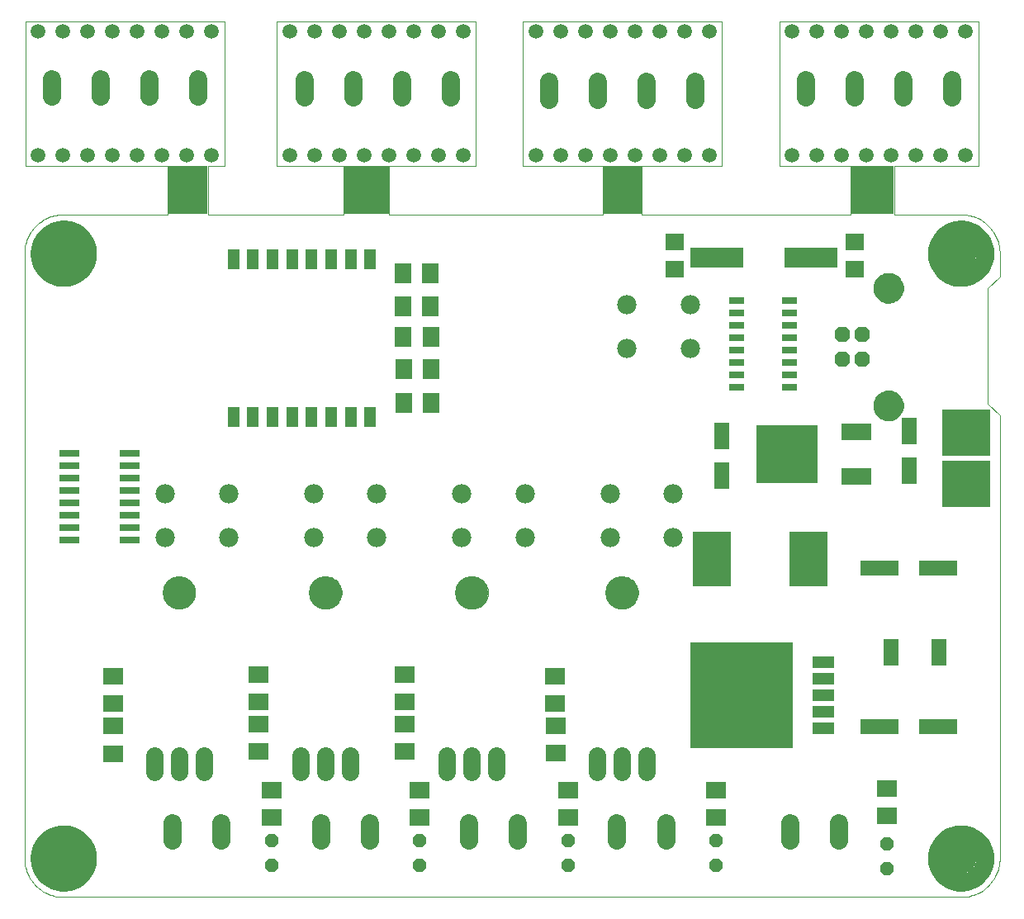
<source format=gts>
G75*
G70*
%OFA0B0*%
%FSLAX24Y24*%
%IPPOS*%
%LPD*%
%AMOC8*
5,1,8,0,0,1.08239X$1,22.5*
%
%ADD10C,0.0240*%
%ADD11C,0.0000*%
%ADD12C,0.0000*%
%ADD13C,0.1300*%
%ADD14C,0.0700*%
%ADD15C,0.0276*%
%ADD16R,0.1614X0.1969*%
%ADD17R,0.1850X0.1969*%
%ADD18R,0.1575X0.1969*%
%ADD19R,0.1772X0.1969*%
%ADD20R,0.1929X0.1850*%
%ADD21R,0.0640X0.0290*%
%ADD22OC8,0.0614*%
%ADD23C,0.0946*%
%ADD24R,0.2140X0.0800*%
%ADD25R,0.0749X0.0670*%
%ADD26R,0.2481X0.2323*%
%ADD27R,0.1221X0.0670*%
%ADD28R,0.0591X0.1064*%
%ADD29R,0.4138X0.4292*%
%ADD30R,0.0890X0.0460*%
%ADD31R,0.1536X0.0591*%
%ADD32R,0.1556X0.2205*%
%ADD33R,0.0611X0.1064*%
%ADD34OC8,0.0560*%
%ADD35R,0.0827X0.0670*%
%ADD36C,0.0745*%
%ADD37R,0.0512X0.0827*%
%ADD38R,0.0670X0.0827*%
%ADD39C,0.0780*%
%ADD40C,0.1340*%
%ADD41R,0.0840X0.0300*%
%ADD42C,0.0594*%
%ADD43R,0.1700X0.1700*%
D10*
X045218Y022751D02*
X045220Y022795D01*
X045226Y022839D01*
X045236Y022882D01*
X045249Y022924D01*
X045266Y022965D01*
X045287Y023004D01*
X045311Y023041D01*
X045338Y023076D01*
X045368Y023108D01*
X045401Y023138D01*
X045437Y023164D01*
X045474Y023188D01*
X045514Y023207D01*
X045555Y023224D01*
X045598Y023236D01*
X045641Y023245D01*
X045685Y023250D01*
X045729Y023251D01*
X045773Y023248D01*
X045817Y023241D01*
X045860Y023230D01*
X045902Y023216D01*
X045942Y023198D01*
X045981Y023176D01*
X046017Y023152D01*
X046051Y023124D01*
X046083Y023093D01*
X046112Y023059D01*
X046138Y023023D01*
X046160Y022985D01*
X046179Y022945D01*
X046194Y022903D01*
X046206Y022861D01*
X046214Y022817D01*
X046218Y022773D01*
X046218Y022729D01*
X046214Y022685D01*
X046206Y022641D01*
X046194Y022599D01*
X046179Y022557D01*
X046160Y022517D01*
X046138Y022479D01*
X046112Y022443D01*
X046083Y022409D01*
X046051Y022378D01*
X046017Y022350D01*
X045981Y022326D01*
X045942Y022304D01*
X045902Y022286D01*
X045860Y022272D01*
X045817Y022261D01*
X045773Y022254D01*
X045729Y022251D01*
X045685Y022252D01*
X045641Y022257D01*
X045598Y022266D01*
X045555Y022278D01*
X045514Y022295D01*
X045474Y022314D01*
X045437Y022338D01*
X045401Y022364D01*
X045368Y022394D01*
X045338Y022426D01*
X045311Y022461D01*
X045287Y022498D01*
X045266Y022537D01*
X045249Y022578D01*
X045236Y022620D01*
X045226Y022663D01*
X045220Y022707D01*
X045218Y022751D01*
X045218Y027501D02*
X045220Y027545D01*
X045226Y027589D01*
X045236Y027632D01*
X045249Y027674D01*
X045266Y027715D01*
X045287Y027754D01*
X045311Y027791D01*
X045338Y027826D01*
X045368Y027858D01*
X045401Y027888D01*
X045437Y027914D01*
X045474Y027938D01*
X045514Y027957D01*
X045555Y027974D01*
X045598Y027986D01*
X045641Y027995D01*
X045685Y028000D01*
X045729Y028001D01*
X045773Y027998D01*
X045817Y027991D01*
X045860Y027980D01*
X045902Y027966D01*
X045942Y027948D01*
X045981Y027926D01*
X046017Y027902D01*
X046051Y027874D01*
X046083Y027843D01*
X046112Y027809D01*
X046138Y027773D01*
X046160Y027735D01*
X046179Y027695D01*
X046194Y027653D01*
X046206Y027611D01*
X046214Y027567D01*
X046218Y027523D01*
X046218Y027479D01*
X046214Y027435D01*
X046206Y027391D01*
X046194Y027349D01*
X046179Y027307D01*
X046160Y027267D01*
X046138Y027229D01*
X046112Y027193D01*
X046083Y027159D01*
X046051Y027128D01*
X046017Y027100D01*
X045981Y027076D01*
X045942Y027054D01*
X045902Y027036D01*
X045860Y027022D01*
X045817Y027011D01*
X045773Y027004D01*
X045729Y027001D01*
X045685Y027002D01*
X045641Y027007D01*
X045598Y027016D01*
X045555Y027028D01*
X045514Y027045D01*
X045474Y027064D01*
X045437Y027088D01*
X045401Y027114D01*
X045368Y027144D01*
X045338Y027176D01*
X045311Y027211D01*
X045287Y027248D01*
X045266Y027287D01*
X045249Y027328D01*
X045236Y027370D01*
X045226Y027413D01*
X045220Y027457D01*
X045218Y027501D01*
D11*
X010848Y028893D02*
X010848Y004483D01*
X010850Y004406D01*
X010856Y004329D01*
X010865Y004252D01*
X010878Y004176D01*
X010895Y004100D01*
X010916Y004026D01*
X010940Y003952D01*
X010968Y003880D01*
X010999Y003810D01*
X011034Y003741D01*
X011072Y003673D01*
X011113Y003608D01*
X011158Y003545D01*
X011206Y003484D01*
X011256Y003425D01*
X011309Y003369D01*
X011365Y003316D01*
X011424Y003266D01*
X011485Y003218D01*
X011548Y003173D01*
X011613Y003132D01*
X011681Y003094D01*
X011750Y003059D01*
X011820Y003028D01*
X011892Y003000D01*
X011966Y002976D01*
X012040Y002955D01*
X012116Y002938D01*
X012192Y002925D01*
X012269Y002916D01*
X012346Y002910D01*
X012423Y002908D01*
X048643Y002908D01*
X048720Y002910D01*
X048797Y002916D01*
X048874Y002925D01*
X048950Y002938D01*
X049026Y002955D01*
X049100Y002976D01*
X049174Y003000D01*
X049246Y003028D01*
X049316Y003059D01*
X049385Y003094D01*
X049453Y003132D01*
X049518Y003173D01*
X049581Y003218D01*
X049642Y003266D01*
X049701Y003316D01*
X049757Y003369D01*
X049810Y003425D01*
X049860Y003484D01*
X049908Y003545D01*
X049953Y003608D01*
X049994Y003673D01*
X050032Y003741D01*
X050067Y003810D01*
X050098Y003880D01*
X050126Y003952D01*
X050150Y004026D01*
X050171Y004100D01*
X050188Y004176D01*
X050201Y004252D01*
X050210Y004329D01*
X050216Y004406D01*
X050218Y004483D01*
X050218Y022357D01*
X049746Y022830D01*
X049746Y027475D01*
X050218Y027948D01*
X050218Y028893D01*
X050216Y028970D01*
X050210Y029047D01*
X050201Y029124D01*
X050188Y029200D01*
X050171Y029276D01*
X050150Y029350D01*
X050126Y029424D01*
X050098Y029496D01*
X050067Y029566D01*
X050032Y029635D01*
X049994Y029703D01*
X049953Y029768D01*
X049908Y029831D01*
X049860Y029892D01*
X049810Y029951D01*
X049757Y030007D01*
X049701Y030060D01*
X049642Y030110D01*
X049581Y030158D01*
X049518Y030203D01*
X049453Y030244D01*
X049385Y030282D01*
X049316Y030317D01*
X049246Y030348D01*
X049174Y030376D01*
X049100Y030400D01*
X049026Y030421D01*
X048950Y030438D01*
X048874Y030451D01*
X048797Y030460D01*
X048720Y030466D01*
X048643Y030468D01*
X048643Y030467D02*
X045966Y030467D01*
X045966Y032436D01*
X049352Y032436D01*
X049352Y038263D01*
X041320Y038263D01*
X041320Y032436D01*
X044194Y032436D01*
X044194Y030467D01*
X035769Y030467D01*
X035769Y032436D01*
X038998Y032436D01*
X038998Y038263D01*
X030966Y038263D01*
X030966Y032436D01*
X034194Y032436D01*
X034194Y030467D01*
X025572Y030467D01*
X025572Y032436D01*
X029076Y032436D01*
X029076Y038263D01*
X021045Y038263D01*
X021045Y032436D01*
X023722Y032436D01*
X023722Y030467D01*
X018250Y030467D01*
X018250Y032436D01*
X018919Y032436D01*
X018919Y038263D01*
X010887Y038263D01*
X010887Y032436D01*
X016635Y032436D01*
X016635Y030467D01*
X012423Y030467D01*
X012423Y030468D02*
X012346Y030466D01*
X012269Y030460D01*
X012192Y030451D01*
X012116Y030438D01*
X012040Y030421D01*
X011966Y030400D01*
X011892Y030376D01*
X011820Y030348D01*
X011750Y030317D01*
X011681Y030282D01*
X011613Y030244D01*
X011548Y030203D01*
X011485Y030158D01*
X011424Y030110D01*
X011365Y030060D01*
X011309Y030007D01*
X011256Y029951D01*
X011206Y029892D01*
X011158Y029831D01*
X011113Y029768D01*
X011072Y029703D01*
X011034Y029635D01*
X010999Y029566D01*
X010968Y029496D01*
X010940Y029424D01*
X010916Y029350D01*
X010895Y029276D01*
X010878Y029200D01*
X010865Y029124D01*
X010856Y029047D01*
X010850Y028970D01*
X010848Y028893D01*
D12*
X011793Y028893D02*
X011795Y028943D01*
X011801Y028993D01*
X011811Y029042D01*
X011825Y029090D01*
X011842Y029137D01*
X011863Y029182D01*
X011888Y029226D01*
X011916Y029267D01*
X011948Y029306D01*
X011982Y029343D01*
X012019Y029377D01*
X012059Y029407D01*
X012101Y029434D01*
X012145Y029458D01*
X012191Y029479D01*
X012238Y029495D01*
X012286Y029508D01*
X012336Y029517D01*
X012385Y029522D01*
X012436Y029523D01*
X012486Y029520D01*
X012535Y029513D01*
X012584Y029502D01*
X012632Y029487D01*
X012678Y029469D01*
X012723Y029447D01*
X012766Y029421D01*
X012807Y029392D01*
X012846Y029360D01*
X012882Y029325D01*
X012914Y029287D01*
X012944Y029247D01*
X012971Y029204D01*
X012994Y029160D01*
X013013Y029114D01*
X013029Y029066D01*
X013041Y029017D01*
X013049Y028968D01*
X013053Y028918D01*
X013053Y028868D01*
X013049Y028818D01*
X013041Y028769D01*
X013029Y028720D01*
X013013Y028672D01*
X012994Y028626D01*
X012971Y028582D01*
X012944Y028539D01*
X012914Y028499D01*
X012882Y028461D01*
X012846Y028426D01*
X012807Y028394D01*
X012766Y028365D01*
X012723Y028339D01*
X012678Y028317D01*
X012632Y028299D01*
X012584Y028284D01*
X012535Y028273D01*
X012486Y028266D01*
X012436Y028263D01*
X012385Y028264D01*
X012336Y028269D01*
X012286Y028278D01*
X012238Y028291D01*
X012191Y028307D01*
X012145Y028328D01*
X012101Y028352D01*
X012059Y028379D01*
X012019Y028409D01*
X011982Y028443D01*
X011948Y028480D01*
X011916Y028519D01*
X011888Y028560D01*
X011863Y028604D01*
X011842Y028649D01*
X011825Y028696D01*
X011811Y028744D01*
X011801Y028793D01*
X011795Y028843D01*
X011793Y028893D01*
X016754Y030704D02*
X016756Y030725D01*
X016762Y030745D01*
X016771Y030765D01*
X016783Y030782D01*
X016798Y030796D01*
X016816Y030808D01*
X016836Y030816D01*
X016856Y030821D01*
X016877Y030822D01*
X016898Y030819D01*
X016918Y030813D01*
X016937Y030802D01*
X016954Y030789D01*
X016967Y030773D01*
X016978Y030755D01*
X016986Y030735D01*
X016990Y030715D01*
X016990Y030693D01*
X016986Y030673D01*
X016978Y030653D01*
X016967Y030635D01*
X016954Y030619D01*
X016937Y030606D01*
X016918Y030595D01*
X016898Y030589D01*
X016877Y030586D01*
X016856Y030587D01*
X016836Y030592D01*
X016816Y030600D01*
X016798Y030612D01*
X016783Y030626D01*
X016771Y030643D01*
X016762Y030663D01*
X016756Y030683D01*
X016754Y030704D01*
X017147Y030704D02*
X017149Y030725D01*
X017155Y030745D01*
X017164Y030765D01*
X017176Y030782D01*
X017191Y030796D01*
X017209Y030808D01*
X017229Y030816D01*
X017249Y030821D01*
X017270Y030822D01*
X017291Y030819D01*
X017311Y030813D01*
X017330Y030802D01*
X017347Y030789D01*
X017360Y030773D01*
X017371Y030755D01*
X017379Y030735D01*
X017383Y030715D01*
X017383Y030693D01*
X017379Y030673D01*
X017371Y030653D01*
X017360Y030635D01*
X017347Y030619D01*
X017330Y030606D01*
X017311Y030595D01*
X017291Y030589D01*
X017270Y030586D01*
X017249Y030587D01*
X017229Y030592D01*
X017209Y030600D01*
X017191Y030612D01*
X017176Y030626D01*
X017164Y030643D01*
X017155Y030663D01*
X017149Y030683D01*
X017147Y030704D01*
X017541Y030704D02*
X017543Y030725D01*
X017549Y030745D01*
X017558Y030765D01*
X017570Y030782D01*
X017585Y030796D01*
X017603Y030808D01*
X017623Y030816D01*
X017643Y030821D01*
X017664Y030822D01*
X017685Y030819D01*
X017705Y030813D01*
X017724Y030802D01*
X017741Y030789D01*
X017754Y030773D01*
X017765Y030755D01*
X017773Y030735D01*
X017777Y030715D01*
X017777Y030693D01*
X017773Y030673D01*
X017765Y030653D01*
X017754Y030635D01*
X017741Y030619D01*
X017724Y030606D01*
X017705Y030595D01*
X017685Y030589D01*
X017664Y030586D01*
X017643Y030587D01*
X017623Y030592D01*
X017603Y030600D01*
X017585Y030612D01*
X017570Y030626D01*
X017558Y030643D01*
X017549Y030663D01*
X017543Y030683D01*
X017541Y030704D01*
X017935Y030704D02*
X017937Y030725D01*
X017943Y030745D01*
X017952Y030765D01*
X017964Y030782D01*
X017979Y030796D01*
X017997Y030808D01*
X018017Y030816D01*
X018037Y030821D01*
X018058Y030822D01*
X018079Y030819D01*
X018099Y030813D01*
X018118Y030802D01*
X018135Y030789D01*
X018148Y030773D01*
X018159Y030755D01*
X018167Y030735D01*
X018171Y030715D01*
X018171Y030693D01*
X018167Y030673D01*
X018159Y030653D01*
X018148Y030635D01*
X018135Y030619D01*
X018118Y030606D01*
X018099Y030595D01*
X018079Y030589D01*
X018058Y030586D01*
X018037Y030587D01*
X018017Y030592D01*
X017997Y030600D01*
X017979Y030612D01*
X017964Y030626D01*
X017952Y030643D01*
X017943Y030663D01*
X017937Y030683D01*
X017935Y030704D01*
X017935Y032239D02*
X017937Y032260D01*
X017943Y032280D01*
X017952Y032300D01*
X017964Y032317D01*
X017979Y032331D01*
X017997Y032343D01*
X018017Y032351D01*
X018037Y032356D01*
X018058Y032357D01*
X018079Y032354D01*
X018099Y032348D01*
X018118Y032337D01*
X018135Y032324D01*
X018148Y032308D01*
X018159Y032290D01*
X018167Y032270D01*
X018171Y032250D01*
X018171Y032228D01*
X018167Y032208D01*
X018159Y032188D01*
X018148Y032170D01*
X018135Y032154D01*
X018118Y032141D01*
X018099Y032130D01*
X018079Y032124D01*
X018058Y032121D01*
X018037Y032122D01*
X018017Y032127D01*
X017997Y032135D01*
X017979Y032147D01*
X017964Y032161D01*
X017952Y032178D01*
X017943Y032198D01*
X017937Y032218D01*
X017935Y032239D01*
X017541Y032239D02*
X017543Y032260D01*
X017549Y032280D01*
X017558Y032300D01*
X017570Y032317D01*
X017585Y032331D01*
X017603Y032343D01*
X017623Y032351D01*
X017643Y032356D01*
X017664Y032357D01*
X017685Y032354D01*
X017705Y032348D01*
X017724Y032337D01*
X017741Y032324D01*
X017754Y032308D01*
X017765Y032290D01*
X017773Y032270D01*
X017777Y032250D01*
X017777Y032228D01*
X017773Y032208D01*
X017765Y032188D01*
X017754Y032170D01*
X017741Y032154D01*
X017724Y032141D01*
X017705Y032130D01*
X017685Y032124D01*
X017664Y032121D01*
X017643Y032122D01*
X017623Y032127D01*
X017603Y032135D01*
X017585Y032147D01*
X017570Y032161D01*
X017558Y032178D01*
X017549Y032198D01*
X017543Y032218D01*
X017541Y032239D01*
X017147Y032239D02*
X017149Y032260D01*
X017155Y032280D01*
X017164Y032300D01*
X017176Y032317D01*
X017191Y032331D01*
X017209Y032343D01*
X017229Y032351D01*
X017249Y032356D01*
X017270Y032357D01*
X017291Y032354D01*
X017311Y032348D01*
X017330Y032337D01*
X017347Y032324D01*
X017360Y032308D01*
X017371Y032290D01*
X017379Y032270D01*
X017383Y032250D01*
X017383Y032228D01*
X017379Y032208D01*
X017371Y032188D01*
X017360Y032170D01*
X017347Y032154D01*
X017330Y032141D01*
X017311Y032130D01*
X017291Y032124D01*
X017270Y032121D01*
X017249Y032122D01*
X017229Y032127D01*
X017209Y032135D01*
X017191Y032147D01*
X017176Y032161D01*
X017164Y032178D01*
X017155Y032198D01*
X017149Y032218D01*
X017147Y032239D01*
X016754Y032239D02*
X016756Y032260D01*
X016762Y032280D01*
X016771Y032300D01*
X016783Y032317D01*
X016798Y032331D01*
X016816Y032343D01*
X016836Y032351D01*
X016856Y032356D01*
X016877Y032357D01*
X016898Y032354D01*
X016918Y032348D01*
X016937Y032337D01*
X016954Y032324D01*
X016967Y032308D01*
X016978Y032290D01*
X016986Y032270D01*
X016990Y032250D01*
X016990Y032228D01*
X016986Y032208D01*
X016978Y032188D01*
X016967Y032170D01*
X016954Y032154D01*
X016937Y032141D01*
X016918Y032130D01*
X016898Y032124D01*
X016877Y032121D01*
X016856Y032122D01*
X016836Y032127D01*
X016816Y032135D01*
X016798Y032147D01*
X016783Y032161D01*
X016771Y032178D01*
X016762Y032198D01*
X016756Y032218D01*
X016754Y032239D01*
X023919Y032239D02*
X023921Y032260D01*
X023927Y032280D01*
X023936Y032300D01*
X023948Y032317D01*
X023963Y032331D01*
X023981Y032343D01*
X024001Y032351D01*
X024021Y032356D01*
X024042Y032357D01*
X024063Y032354D01*
X024083Y032348D01*
X024102Y032337D01*
X024119Y032324D01*
X024132Y032308D01*
X024143Y032290D01*
X024151Y032270D01*
X024155Y032250D01*
X024155Y032228D01*
X024151Y032208D01*
X024143Y032188D01*
X024132Y032170D01*
X024119Y032154D01*
X024102Y032141D01*
X024083Y032130D01*
X024063Y032124D01*
X024042Y032121D01*
X024021Y032122D01*
X024001Y032127D01*
X023981Y032135D01*
X023963Y032147D01*
X023948Y032161D01*
X023936Y032178D01*
X023927Y032198D01*
X023921Y032218D01*
X023919Y032239D01*
X024313Y032239D02*
X024315Y032260D01*
X024321Y032280D01*
X024330Y032300D01*
X024342Y032317D01*
X024357Y032331D01*
X024375Y032343D01*
X024395Y032351D01*
X024415Y032356D01*
X024436Y032357D01*
X024457Y032354D01*
X024477Y032348D01*
X024496Y032337D01*
X024513Y032324D01*
X024526Y032308D01*
X024537Y032290D01*
X024545Y032270D01*
X024549Y032250D01*
X024549Y032228D01*
X024545Y032208D01*
X024537Y032188D01*
X024526Y032170D01*
X024513Y032154D01*
X024496Y032141D01*
X024477Y032130D01*
X024457Y032124D01*
X024436Y032121D01*
X024415Y032122D01*
X024395Y032127D01*
X024375Y032135D01*
X024357Y032147D01*
X024342Y032161D01*
X024330Y032178D01*
X024321Y032198D01*
X024315Y032218D01*
X024313Y032239D01*
X024706Y032239D02*
X024708Y032260D01*
X024714Y032280D01*
X024723Y032300D01*
X024735Y032317D01*
X024750Y032331D01*
X024768Y032343D01*
X024788Y032351D01*
X024808Y032356D01*
X024829Y032357D01*
X024850Y032354D01*
X024870Y032348D01*
X024889Y032337D01*
X024906Y032324D01*
X024919Y032308D01*
X024930Y032290D01*
X024938Y032270D01*
X024942Y032250D01*
X024942Y032228D01*
X024938Y032208D01*
X024930Y032188D01*
X024919Y032170D01*
X024906Y032154D01*
X024889Y032141D01*
X024870Y032130D01*
X024850Y032124D01*
X024829Y032121D01*
X024808Y032122D01*
X024788Y032127D01*
X024768Y032135D01*
X024750Y032147D01*
X024735Y032161D01*
X024723Y032178D01*
X024714Y032198D01*
X024708Y032218D01*
X024706Y032239D01*
X025100Y032239D02*
X025102Y032260D01*
X025108Y032280D01*
X025117Y032300D01*
X025129Y032317D01*
X025144Y032331D01*
X025162Y032343D01*
X025182Y032351D01*
X025202Y032356D01*
X025223Y032357D01*
X025244Y032354D01*
X025264Y032348D01*
X025283Y032337D01*
X025300Y032324D01*
X025313Y032308D01*
X025324Y032290D01*
X025332Y032270D01*
X025336Y032250D01*
X025336Y032228D01*
X025332Y032208D01*
X025324Y032188D01*
X025313Y032170D01*
X025300Y032154D01*
X025283Y032141D01*
X025264Y032130D01*
X025244Y032124D01*
X025223Y032121D01*
X025202Y032122D01*
X025182Y032127D01*
X025162Y032135D01*
X025144Y032147D01*
X025129Y032161D01*
X025117Y032178D01*
X025108Y032198D01*
X025102Y032218D01*
X025100Y032239D01*
X025100Y030704D02*
X025102Y030725D01*
X025108Y030745D01*
X025117Y030765D01*
X025129Y030782D01*
X025144Y030796D01*
X025162Y030808D01*
X025182Y030816D01*
X025202Y030821D01*
X025223Y030822D01*
X025244Y030819D01*
X025264Y030813D01*
X025283Y030802D01*
X025300Y030789D01*
X025313Y030773D01*
X025324Y030755D01*
X025332Y030735D01*
X025336Y030715D01*
X025336Y030693D01*
X025332Y030673D01*
X025324Y030653D01*
X025313Y030635D01*
X025300Y030619D01*
X025283Y030606D01*
X025264Y030595D01*
X025244Y030589D01*
X025223Y030586D01*
X025202Y030587D01*
X025182Y030592D01*
X025162Y030600D01*
X025144Y030612D01*
X025129Y030626D01*
X025117Y030643D01*
X025108Y030663D01*
X025102Y030683D01*
X025100Y030704D01*
X024706Y030704D02*
X024708Y030725D01*
X024714Y030745D01*
X024723Y030765D01*
X024735Y030782D01*
X024750Y030796D01*
X024768Y030808D01*
X024788Y030816D01*
X024808Y030821D01*
X024829Y030822D01*
X024850Y030819D01*
X024870Y030813D01*
X024889Y030802D01*
X024906Y030789D01*
X024919Y030773D01*
X024930Y030755D01*
X024938Y030735D01*
X024942Y030715D01*
X024942Y030693D01*
X024938Y030673D01*
X024930Y030653D01*
X024919Y030635D01*
X024906Y030619D01*
X024889Y030606D01*
X024870Y030595D01*
X024850Y030589D01*
X024829Y030586D01*
X024808Y030587D01*
X024788Y030592D01*
X024768Y030600D01*
X024750Y030612D01*
X024735Y030626D01*
X024723Y030643D01*
X024714Y030663D01*
X024708Y030683D01*
X024706Y030704D01*
X024313Y030704D02*
X024315Y030725D01*
X024321Y030745D01*
X024330Y030765D01*
X024342Y030782D01*
X024357Y030796D01*
X024375Y030808D01*
X024395Y030816D01*
X024415Y030821D01*
X024436Y030822D01*
X024457Y030819D01*
X024477Y030813D01*
X024496Y030802D01*
X024513Y030789D01*
X024526Y030773D01*
X024537Y030755D01*
X024545Y030735D01*
X024549Y030715D01*
X024549Y030693D01*
X024545Y030673D01*
X024537Y030653D01*
X024526Y030635D01*
X024513Y030619D01*
X024496Y030606D01*
X024477Y030595D01*
X024457Y030589D01*
X024436Y030586D01*
X024415Y030587D01*
X024395Y030592D01*
X024375Y030600D01*
X024357Y030612D01*
X024342Y030626D01*
X024330Y030643D01*
X024321Y030663D01*
X024315Y030683D01*
X024313Y030704D01*
X023919Y030704D02*
X023921Y030725D01*
X023927Y030745D01*
X023936Y030765D01*
X023948Y030782D01*
X023963Y030796D01*
X023981Y030808D01*
X024001Y030816D01*
X024021Y030821D01*
X024042Y030822D01*
X024063Y030819D01*
X024083Y030813D01*
X024102Y030802D01*
X024119Y030789D01*
X024132Y030773D01*
X024143Y030755D01*
X024151Y030735D01*
X024155Y030715D01*
X024155Y030693D01*
X024151Y030673D01*
X024143Y030653D01*
X024132Y030635D01*
X024119Y030619D01*
X024102Y030606D01*
X024083Y030595D01*
X024063Y030589D01*
X024042Y030586D01*
X024021Y030587D01*
X024001Y030592D01*
X023981Y030600D01*
X023963Y030612D01*
X023948Y030626D01*
X023936Y030643D01*
X023927Y030663D01*
X023921Y030683D01*
X023919Y030704D01*
X034273Y030664D02*
X034275Y030685D01*
X034281Y030705D01*
X034290Y030725D01*
X034302Y030742D01*
X034317Y030756D01*
X034335Y030768D01*
X034355Y030776D01*
X034375Y030781D01*
X034396Y030782D01*
X034417Y030779D01*
X034437Y030773D01*
X034456Y030762D01*
X034473Y030749D01*
X034486Y030733D01*
X034497Y030715D01*
X034505Y030695D01*
X034509Y030675D01*
X034509Y030653D01*
X034505Y030633D01*
X034497Y030613D01*
X034486Y030595D01*
X034473Y030579D01*
X034456Y030566D01*
X034437Y030555D01*
X034417Y030549D01*
X034396Y030546D01*
X034375Y030547D01*
X034355Y030552D01*
X034335Y030560D01*
X034317Y030572D01*
X034302Y030586D01*
X034290Y030603D01*
X034281Y030623D01*
X034275Y030643D01*
X034273Y030664D01*
X034667Y030664D02*
X034669Y030685D01*
X034675Y030705D01*
X034684Y030725D01*
X034696Y030742D01*
X034711Y030756D01*
X034729Y030768D01*
X034749Y030776D01*
X034769Y030781D01*
X034790Y030782D01*
X034811Y030779D01*
X034831Y030773D01*
X034850Y030762D01*
X034867Y030749D01*
X034880Y030733D01*
X034891Y030715D01*
X034899Y030695D01*
X034903Y030675D01*
X034903Y030653D01*
X034899Y030633D01*
X034891Y030613D01*
X034880Y030595D01*
X034867Y030579D01*
X034850Y030566D01*
X034831Y030555D01*
X034811Y030549D01*
X034790Y030546D01*
X034769Y030547D01*
X034749Y030552D01*
X034729Y030560D01*
X034711Y030572D01*
X034696Y030586D01*
X034684Y030603D01*
X034675Y030623D01*
X034669Y030643D01*
X034667Y030664D01*
X035061Y030664D02*
X035063Y030685D01*
X035069Y030705D01*
X035078Y030725D01*
X035090Y030742D01*
X035105Y030756D01*
X035123Y030768D01*
X035143Y030776D01*
X035163Y030781D01*
X035184Y030782D01*
X035205Y030779D01*
X035225Y030773D01*
X035244Y030762D01*
X035261Y030749D01*
X035274Y030733D01*
X035285Y030715D01*
X035293Y030695D01*
X035297Y030675D01*
X035297Y030653D01*
X035293Y030633D01*
X035285Y030613D01*
X035274Y030595D01*
X035261Y030579D01*
X035244Y030566D01*
X035225Y030555D01*
X035205Y030549D01*
X035184Y030546D01*
X035163Y030547D01*
X035143Y030552D01*
X035123Y030560D01*
X035105Y030572D01*
X035090Y030586D01*
X035078Y030603D01*
X035069Y030623D01*
X035063Y030643D01*
X035061Y030664D01*
X035454Y030664D02*
X035456Y030685D01*
X035462Y030705D01*
X035471Y030725D01*
X035483Y030742D01*
X035498Y030756D01*
X035516Y030768D01*
X035536Y030776D01*
X035556Y030781D01*
X035577Y030782D01*
X035598Y030779D01*
X035618Y030773D01*
X035637Y030762D01*
X035654Y030749D01*
X035667Y030733D01*
X035678Y030715D01*
X035686Y030695D01*
X035690Y030675D01*
X035690Y030653D01*
X035686Y030633D01*
X035678Y030613D01*
X035667Y030595D01*
X035654Y030579D01*
X035637Y030566D01*
X035618Y030555D01*
X035598Y030549D01*
X035577Y030546D01*
X035556Y030547D01*
X035536Y030552D01*
X035516Y030560D01*
X035498Y030572D01*
X035483Y030586D01*
X035471Y030603D01*
X035462Y030623D01*
X035456Y030643D01*
X035454Y030664D01*
X035454Y032200D02*
X035456Y032221D01*
X035462Y032241D01*
X035471Y032261D01*
X035483Y032278D01*
X035498Y032292D01*
X035516Y032304D01*
X035536Y032312D01*
X035556Y032317D01*
X035577Y032318D01*
X035598Y032315D01*
X035618Y032309D01*
X035637Y032298D01*
X035654Y032285D01*
X035667Y032269D01*
X035678Y032251D01*
X035686Y032231D01*
X035690Y032211D01*
X035690Y032189D01*
X035686Y032169D01*
X035678Y032149D01*
X035667Y032131D01*
X035654Y032115D01*
X035637Y032102D01*
X035618Y032091D01*
X035598Y032085D01*
X035577Y032082D01*
X035556Y032083D01*
X035536Y032088D01*
X035516Y032096D01*
X035498Y032108D01*
X035483Y032122D01*
X035471Y032139D01*
X035462Y032159D01*
X035456Y032179D01*
X035454Y032200D01*
X035061Y032200D02*
X035063Y032221D01*
X035069Y032241D01*
X035078Y032261D01*
X035090Y032278D01*
X035105Y032292D01*
X035123Y032304D01*
X035143Y032312D01*
X035163Y032317D01*
X035184Y032318D01*
X035205Y032315D01*
X035225Y032309D01*
X035244Y032298D01*
X035261Y032285D01*
X035274Y032269D01*
X035285Y032251D01*
X035293Y032231D01*
X035297Y032211D01*
X035297Y032189D01*
X035293Y032169D01*
X035285Y032149D01*
X035274Y032131D01*
X035261Y032115D01*
X035244Y032102D01*
X035225Y032091D01*
X035205Y032085D01*
X035184Y032082D01*
X035163Y032083D01*
X035143Y032088D01*
X035123Y032096D01*
X035105Y032108D01*
X035090Y032122D01*
X035078Y032139D01*
X035069Y032159D01*
X035063Y032179D01*
X035061Y032200D01*
X034667Y032200D02*
X034669Y032221D01*
X034675Y032241D01*
X034684Y032261D01*
X034696Y032278D01*
X034711Y032292D01*
X034729Y032304D01*
X034749Y032312D01*
X034769Y032317D01*
X034790Y032318D01*
X034811Y032315D01*
X034831Y032309D01*
X034850Y032298D01*
X034867Y032285D01*
X034880Y032269D01*
X034891Y032251D01*
X034899Y032231D01*
X034903Y032211D01*
X034903Y032189D01*
X034899Y032169D01*
X034891Y032149D01*
X034880Y032131D01*
X034867Y032115D01*
X034850Y032102D01*
X034831Y032091D01*
X034811Y032085D01*
X034790Y032082D01*
X034769Y032083D01*
X034749Y032088D01*
X034729Y032096D01*
X034711Y032108D01*
X034696Y032122D01*
X034684Y032139D01*
X034675Y032159D01*
X034669Y032179D01*
X034667Y032200D01*
X034273Y032200D02*
X034275Y032221D01*
X034281Y032241D01*
X034290Y032261D01*
X034302Y032278D01*
X034317Y032292D01*
X034335Y032304D01*
X034355Y032312D01*
X034375Y032317D01*
X034396Y032318D01*
X034417Y032315D01*
X034437Y032309D01*
X034456Y032298D01*
X034473Y032285D01*
X034486Y032269D01*
X034497Y032251D01*
X034505Y032231D01*
X034509Y032211D01*
X034509Y032189D01*
X034505Y032169D01*
X034497Y032149D01*
X034486Y032131D01*
X034473Y032115D01*
X034456Y032102D01*
X034437Y032091D01*
X034417Y032085D01*
X034396Y032082D01*
X034375Y032083D01*
X034355Y032088D01*
X034335Y032096D01*
X034317Y032108D01*
X034302Y032122D01*
X034290Y032139D01*
X034281Y032159D01*
X034275Y032179D01*
X034273Y032200D01*
X044391Y032239D02*
X044393Y032260D01*
X044399Y032280D01*
X044408Y032300D01*
X044420Y032317D01*
X044435Y032331D01*
X044453Y032343D01*
X044473Y032351D01*
X044493Y032356D01*
X044514Y032357D01*
X044535Y032354D01*
X044555Y032348D01*
X044574Y032337D01*
X044591Y032324D01*
X044604Y032308D01*
X044615Y032290D01*
X044623Y032270D01*
X044627Y032250D01*
X044627Y032228D01*
X044623Y032208D01*
X044615Y032188D01*
X044604Y032170D01*
X044591Y032154D01*
X044574Y032141D01*
X044555Y032130D01*
X044535Y032124D01*
X044514Y032121D01*
X044493Y032122D01*
X044473Y032127D01*
X044453Y032135D01*
X044435Y032147D01*
X044420Y032161D01*
X044408Y032178D01*
X044399Y032198D01*
X044393Y032218D01*
X044391Y032239D01*
X044785Y032239D02*
X044787Y032260D01*
X044793Y032280D01*
X044802Y032300D01*
X044814Y032317D01*
X044829Y032331D01*
X044847Y032343D01*
X044867Y032351D01*
X044887Y032356D01*
X044908Y032357D01*
X044929Y032354D01*
X044949Y032348D01*
X044968Y032337D01*
X044985Y032324D01*
X044998Y032308D01*
X045009Y032290D01*
X045017Y032270D01*
X045021Y032250D01*
X045021Y032228D01*
X045017Y032208D01*
X045009Y032188D01*
X044998Y032170D01*
X044985Y032154D01*
X044968Y032141D01*
X044949Y032130D01*
X044929Y032124D01*
X044908Y032121D01*
X044887Y032122D01*
X044867Y032127D01*
X044847Y032135D01*
X044829Y032147D01*
X044814Y032161D01*
X044802Y032178D01*
X044793Y032198D01*
X044787Y032218D01*
X044785Y032239D01*
X045179Y032239D02*
X045181Y032260D01*
X045187Y032280D01*
X045196Y032300D01*
X045208Y032317D01*
X045223Y032331D01*
X045241Y032343D01*
X045261Y032351D01*
X045281Y032356D01*
X045302Y032357D01*
X045323Y032354D01*
X045343Y032348D01*
X045362Y032337D01*
X045379Y032324D01*
X045392Y032308D01*
X045403Y032290D01*
X045411Y032270D01*
X045415Y032250D01*
X045415Y032228D01*
X045411Y032208D01*
X045403Y032188D01*
X045392Y032170D01*
X045379Y032154D01*
X045362Y032141D01*
X045343Y032130D01*
X045323Y032124D01*
X045302Y032121D01*
X045281Y032122D01*
X045261Y032127D01*
X045241Y032135D01*
X045223Y032147D01*
X045208Y032161D01*
X045196Y032178D01*
X045187Y032198D01*
X045181Y032218D01*
X045179Y032239D01*
X045573Y032239D02*
X045575Y032260D01*
X045581Y032280D01*
X045590Y032300D01*
X045602Y032317D01*
X045617Y032331D01*
X045635Y032343D01*
X045655Y032351D01*
X045675Y032356D01*
X045696Y032357D01*
X045717Y032354D01*
X045737Y032348D01*
X045756Y032337D01*
X045773Y032324D01*
X045786Y032308D01*
X045797Y032290D01*
X045805Y032270D01*
X045809Y032250D01*
X045809Y032228D01*
X045805Y032208D01*
X045797Y032188D01*
X045786Y032170D01*
X045773Y032154D01*
X045756Y032141D01*
X045737Y032130D01*
X045717Y032124D01*
X045696Y032121D01*
X045675Y032122D01*
X045655Y032127D01*
X045635Y032135D01*
X045617Y032147D01*
X045602Y032161D01*
X045590Y032178D01*
X045581Y032198D01*
X045575Y032218D01*
X045573Y032239D01*
X045573Y030704D02*
X045575Y030725D01*
X045581Y030745D01*
X045590Y030765D01*
X045602Y030782D01*
X045617Y030796D01*
X045635Y030808D01*
X045655Y030816D01*
X045675Y030821D01*
X045696Y030822D01*
X045717Y030819D01*
X045737Y030813D01*
X045756Y030802D01*
X045773Y030789D01*
X045786Y030773D01*
X045797Y030755D01*
X045805Y030735D01*
X045809Y030715D01*
X045809Y030693D01*
X045805Y030673D01*
X045797Y030653D01*
X045786Y030635D01*
X045773Y030619D01*
X045756Y030606D01*
X045737Y030595D01*
X045717Y030589D01*
X045696Y030586D01*
X045675Y030587D01*
X045655Y030592D01*
X045635Y030600D01*
X045617Y030612D01*
X045602Y030626D01*
X045590Y030643D01*
X045581Y030663D01*
X045575Y030683D01*
X045573Y030704D01*
X045179Y030704D02*
X045181Y030725D01*
X045187Y030745D01*
X045196Y030765D01*
X045208Y030782D01*
X045223Y030796D01*
X045241Y030808D01*
X045261Y030816D01*
X045281Y030821D01*
X045302Y030822D01*
X045323Y030819D01*
X045343Y030813D01*
X045362Y030802D01*
X045379Y030789D01*
X045392Y030773D01*
X045403Y030755D01*
X045411Y030735D01*
X045415Y030715D01*
X045415Y030693D01*
X045411Y030673D01*
X045403Y030653D01*
X045392Y030635D01*
X045379Y030619D01*
X045362Y030606D01*
X045343Y030595D01*
X045323Y030589D01*
X045302Y030586D01*
X045281Y030587D01*
X045261Y030592D01*
X045241Y030600D01*
X045223Y030612D01*
X045208Y030626D01*
X045196Y030643D01*
X045187Y030663D01*
X045181Y030683D01*
X045179Y030704D01*
X044785Y030704D02*
X044787Y030725D01*
X044793Y030745D01*
X044802Y030765D01*
X044814Y030782D01*
X044829Y030796D01*
X044847Y030808D01*
X044867Y030816D01*
X044887Y030821D01*
X044908Y030822D01*
X044929Y030819D01*
X044949Y030813D01*
X044968Y030802D01*
X044985Y030789D01*
X044998Y030773D01*
X045009Y030755D01*
X045017Y030735D01*
X045021Y030715D01*
X045021Y030693D01*
X045017Y030673D01*
X045009Y030653D01*
X044998Y030635D01*
X044985Y030619D01*
X044968Y030606D01*
X044949Y030595D01*
X044929Y030589D01*
X044908Y030586D01*
X044887Y030587D01*
X044867Y030592D01*
X044847Y030600D01*
X044829Y030612D01*
X044814Y030626D01*
X044802Y030643D01*
X044793Y030663D01*
X044787Y030683D01*
X044785Y030704D01*
X044391Y030704D02*
X044393Y030725D01*
X044399Y030745D01*
X044408Y030765D01*
X044420Y030782D01*
X044435Y030796D01*
X044453Y030808D01*
X044473Y030816D01*
X044493Y030821D01*
X044514Y030822D01*
X044535Y030819D01*
X044555Y030813D01*
X044574Y030802D01*
X044591Y030789D01*
X044604Y030773D01*
X044615Y030755D01*
X044623Y030735D01*
X044627Y030715D01*
X044627Y030693D01*
X044623Y030673D01*
X044615Y030653D01*
X044604Y030635D01*
X044591Y030619D01*
X044574Y030606D01*
X044555Y030595D01*
X044535Y030589D01*
X044514Y030586D01*
X044493Y030587D01*
X044473Y030592D01*
X044453Y030600D01*
X044435Y030612D01*
X044420Y030626D01*
X044408Y030643D01*
X044399Y030663D01*
X044393Y030683D01*
X044391Y030704D01*
X048013Y028893D02*
X048015Y028943D01*
X048021Y028993D01*
X048031Y029042D01*
X048045Y029090D01*
X048062Y029137D01*
X048083Y029182D01*
X048108Y029226D01*
X048136Y029267D01*
X048168Y029306D01*
X048202Y029343D01*
X048239Y029377D01*
X048279Y029407D01*
X048321Y029434D01*
X048365Y029458D01*
X048411Y029479D01*
X048458Y029495D01*
X048506Y029508D01*
X048556Y029517D01*
X048605Y029522D01*
X048656Y029523D01*
X048706Y029520D01*
X048755Y029513D01*
X048804Y029502D01*
X048852Y029487D01*
X048898Y029469D01*
X048943Y029447D01*
X048986Y029421D01*
X049027Y029392D01*
X049066Y029360D01*
X049102Y029325D01*
X049134Y029287D01*
X049164Y029247D01*
X049191Y029204D01*
X049214Y029160D01*
X049233Y029114D01*
X049249Y029066D01*
X049261Y029017D01*
X049269Y028968D01*
X049273Y028918D01*
X049273Y028868D01*
X049269Y028818D01*
X049261Y028769D01*
X049249Y028720D01*
X049233Y028672D01*
X049214Y028626D01*
X049191Y028582D01*
X049164Y028539D01*
X049134Y028499D01*
X049102Y028461D01*
X049066Y028426D01*
X049027Y028394D01*
X048986Y028365D01*
X048943Y028339D01*
X048898Y028317D01*
X048852Y028299D01*
X048804Y028284D01*
X048755Y028273D01*
X048706Y028266D01*
X048656Y028263D01*
X048605Y028264D01*
X048556Y028269D01*
X048506Y028278D01*
X048458Y028291D01*
X048411Y028307D01*
X048365Y028328D01*
X048321Y028352D01*
X048279Y028379D01*
X048239Y028409D01*
X048202Y028443D01*
X048168Y028480D01*
X048136Y028519D01*
X048108Y028560D01*
X048083Y028604D01*
X048062Y028649D01*
X048045Y028696D01*
X048031Y028744D01*
X048021Y028793D01*
X048015Y028843D01*
X048013Y028893D01*
X045265Y027496D02*
X045267Y027538D01*
X045273Y027580D01*
X045283Y027622D01*
X045296Y027662D01*
X045314Y027701D01*
X045335Y027738D01*
X045359Y027772D01*
X045387Y027805D01*
X045417Y027835D01*
X045450Y027861D01*
X045485Y027885D01*
X045523Y027905D01*
X045562Y027921D01*
X045602Y027934D01*
X045644Y027943D01*
X045686Y027948D01*
X045729Y027949D01*
X045771Y027946D01*
X045813Y027939D01*
X045854Y027928D01*
X045894Y027913D01*
X045932Y027895D01*
X045969Y027873D01*
X046003Y027848D01*
X046035Y027820D01*
X046063Y027789D01*
X046089Y027755D01*
X046112Y027719D01*
X046131Y027682D01*
X046147Y027642D01*
X046159Y027601D01*
X046167Y027560D01*
X046171Y027517D01*
X046171Y027475D01*
X046167Y027432D01*
X046159Y027391D01*
X046147Y027350D01*
X046131Y027310D01*
X046112Y027273D01*
X046089Y027237D01*
X046063Y027203D01*
X046035Y027172D01*
X046003Y027144D01*
X045969Y027119D01*
X045932Y027097D01*
X045894Y027079D01*
X045854Y027064D01*
X045813Y027053D01*
X045771Y027046D01*
X045729Y027043D01*
X045686Y027044D01*
X045644Y027049D01*
X045602Y027058D01*
X045562Y027071D01*
X045523Y027087D01*
X045485Y027107D01*
X045450Y027131D01*
X045417Y027157D01*
X045387Y027187D01*
X045359Y027220D01*
X045335Y027254D01*
X045314Y027291D01*
X045296Y027330D01*
X045283Y027370D01*
X045273Y027412D01*
X045267Y027454D01*
X045265Y027496D01*
X045265Y022756D02*
X045267Y022798D01*
X045273Y022840D01*
X045283Y022882D01*
X045296Y022922D01*
X045314Y022961D01*
X045335Y022998D01*
X045359Y023032D01*
X045387Y023065D01*
X045417Y023095D01*
X045450Y023121D01*
X045485Y023145D01*
X045523Y023165D01*
X045562Y023181D01*
X045602Y023194D01*
X045644Y023203D01*
X045686Y023208D01*
X045729Y023209D01*
X045771Y023206D01*
X045813Y023199D01*
X045854Y023188D01*
X045894Y023173D01*
X045932Y023155D01*
X045969Y023133D01*
X046003Y023108D01*
X046035Y023080D01*
X046063Y023049D01*
X046089Y023015D01*
X046112Y022979D01*
X046131Y022942D01*
X046147Y022902D01*
X046159Y022861D01*
X046167Y022820D01*
X046171Y022777D01*
X046171Y022735D01*
X046167Y022692D01*
X046159Y022651D01*
X046147Y022610D01*
X046131Y022570D01*
X046112Y022533D01*
X046089Y022497D01*
X046063Y022463D01*
X046035Y022432D01*
X046003Y022404D01*
X045969Y022379D01*
X045932Y022357D01*
X045894Y022339D01*
X045854Y022324D01*
X045813Y022313D01*
X045771Y022306D01*
X045729Y022303D01*
X045686Y022304D01*
X045644Y022309D01*
X045602Y022318D01*
X045562Y022331D01*
X045523Y022347D01*
X045485Y022367D01*
X045450Y022391D01*
X045417Y022417D01*
X045387Y022447D01*
X045359Y022480D01*
X045335Y022514D01*
X045314Y022551D01*
X045296Y022590D01*
X045283Y022630D01*
X045273Y022672D01*
X045267Y022714D01*
X045265Y022756D01*
X034319Y015202D02*
X034321Y015252D01*
X034327Y015302D01*
X034337Y015352D01*
X034350Y015400D01*
X034367Y015448D01*
X034388Y015494D01*
X034412Y015538D01*
X034440Y015580D01*
X034471Y015620D01*
X034505Y015657D01*
X034542Y015692D01*
X034581Y015723D01*
X034622Y015752D01*
X034666Y015777D01*
X034712Y015799D01*
X034759Y015817D01*
X034807Y015831D01*
X034856Y015842D01*
X034906Y015849D01*
X034956Y015852D01*
X035007Y015851D01*
X035057Y015846D01*
X035107Y015837D01*
X035155Y015825D01*
X035203Y015808D01*
X035249Y015788D01*
X035294Y015765D01*
X035337Y015738D01*
X035377Y015708D01*
X035415Y015675D01*
X035450Y015639D01*
X035483Y015600D01*
X035512Y015559D01*
X035538Y015516D01*
X035561Y015471D01*
X035580Y015424D01*
X035595Y015376D01*
X035607Y015327D01*
X035615Y015277D01*
X035619Y015227D01*
X035619Y015177D01*
X035615Y015127D01*
X035607Y015077D01*
X035595Y015028D01*
X035580Y014980D01*
X035561Y014933D01*
X035538Y014888D01*
X035512Y014845D01*
X035483Y014804D01*
X035450Y014765D01*
X035415Y014729D01*
X035377Y014696D01*
X035337Y014666D01*
X035294Y014639D01*
X035249Y014616D01*
X035203Y014596D01*
X035155Y014579D01*
X035107Y014567D01*
X035057Y014558D01*
X035007Y014553D01*
X034956Y014552D01*
X034906Y014555D01*
X034856Y014562D01*
X034807Y014573D01*
X034759Y014587D01*
X034712Y014605D01*
X034666Y014627D01*
X034622Y014652D01*
X034581Y014681D01*
X034542Y014712D01*
X034505Y014747D01*
X034471Y014784D01*
X034440Y014824D01*
X034412Y014866D01*
X034388Y014910D01*
X034367Y014956D01*
X034350Y015004D01*
X034337Y015052D01*
X034327Y015102D01*
X034321Y015152D01*
X034319Y015202D01*
X028263Y015202D02*
X028265Y015252D01*
X028271Y015302D01*
X028281Y015352D01*
X028294Y015400D01*
X028311Y015448D01*
X028332Y015494D01*
X028356Y015538D01*
X028384Y015580D01*
X028415Y015620D01*
X028449Y015657D01*
X028486Y015692D01*
X028525Y015723D01*
X028566Y015752D01*
X028610Y015777D01*
X028656Y015799D01*
X028703Y015817D01*
X028751Y015831D01*
X028800Y015842D01*
X028850Y015849D01*
X028900Y015852D01*
X028951Y015851D01*
X029001Y015846D01*
X029051Y015837D01*
X029099Y015825D01*
X029147Y015808D01*
X029193Y015788D01*
X029238Y015765D01*
X029281Y015738D01*
X029321Y015708D01*
X029359Y015675D01*
X029394Y015639D01*
X029427Y015600D01*
X029456Y015559D01*
X029482Y015516D01*
X029505Y015471D01*
X029524Y015424D01*
X029539Y015376D01*
X029551Y015327D01*
X029559Y015277D01*
X029563Y015227D01*
X029563Y015177D01*
X029559Y015127D01*
X029551Y015077D01*
X029539Y015028D01*
X029524Y014980D01*
X029505Y014933D01*
X029482Y014888D01*
X029456Y014845D01*
X029427Y014804D01*
X029394Y014765D01*
X029359Y014729D01*
X029321Y014696D01*
X029281Y014666D01*
X029238Y014639D01*
X029193Y014616D01*
X029147Y014596D01*
X029099Y014579D01*
X029051Y014567D01*
X029001Y014558D01*
X028951Y014553D01*
X028900Y014552D01*
X028850Y014555D01*
X028800Y014562D01*
X028751Y014573D01*
X028703Y014587D01*
X028656Y014605D01*
X028610Y014627D01*
X028566Y014652D01*
X028525Y014681D01*
X028486Y014712D01*
X028449Y014747D01*
X028415Y014784D01*
X028384Y014824D01*
X028356Y014866D01*
X028332Y014910D01*
X028311Y014956D01*
X028294Y015004D01*
X028281Y015052D01*
X028271Y015102D01*
X028265Y015152D01*
X028263Y015202D01*
X022352Y015202D02*
X022354Y015252D01*
X022360Y015302D01*
X022370Y015352D01*
X022383Y015400D01*
X022400Y015448D01*
X022421Y015494D01*
X022445Y015538D01*
X022473Y015580D01*
X022504Y015620D01*
X022538Y015657D01*
X022575Y015692D01*
X022614Y015723D01*
X022655Y015752D01*
X022699Y015777D01*
X022745Y015799D01*
X022792Y015817D01*
X022840Y015831D01*
X022889Y015842D01*
X022939Y015849D01*
X022989Y015852D01*
X023040Y015851D01*
X023090Y015846D01*
X023140Y015837D01*
X023188Y015825D01*
X023236Y015808D01*
X023282Y015788D01*
X023327Y015765D01*
X023370Y015738D01*
X023410Y015708D01*
X023448Y015675D01*
X023483Y015639D01*
X023516Y015600D01*
X023545Y015559D01*
X023571Y015516D01*
X023594Y015471D01*
X023613Y015424D01*
X023628Y015376D01*
X023640Y015327D01*
X023648Y015277D01*
X023652Y015227D01*
X023652Y015177D01*
X023648Y015127D01*
X023640Y015077D01*
X023628Y015028D01*
X023613Y014980D01*
X023594Y014933D01*
X023571Y014888D01*
X023545Y014845D01*
X023516Y014804D01*
X023483Y014765D01*
X023448Y014729D01*
X023410Y014696D01*
X023370Y014666D01*
X023327Y014639D01*
X023282Y014616D01*
X023236Y014596D01*
X023188Y014579D01*
X023140Y014567D01*
X023090Y014558D01*
X023040Y014553D01*
X022989Y014552D01*
X022939Y014555D01*
X022889Y014562D01*
X022840Y014573D01*
X022792Y014587D01*
X022745Y014605D01*
X022699Y014627D01*
X022655Y014652D01*
X022614Y014681D01*
X022575Y014712D01*
X022538Y014747D01*
X022504Y014784D01*
X022473Y014824D01*
X022445Y014866D01*
X022421Y014910D01*
X022400Y014956D01*
X022383Y015004D01*
X022370Y015052D01*
X022360Y015102D01*
X022354Y015152D01*
X022352Y015202D01*
X016441Y015202D02*
X016443Y015252D01*
X016449Y015302D01*
X016459Y015352D01*
X016472Y015400D01*
X016489Y015448D01*
X016510Y015494D01*
X016534Y015538D01*
X016562Y015580D01*
X016593Y015620D01*
X016627Y015657D01*
X016664Y015692D01*
X016703Y015723D01*
X016744Y015752D01*
X016788Y015777D01*
X016834Y015799D01*
X016881Y015817D01*
X016929Y015831D01*
X016978Y015842D01*
X017028Y015849D01*
X017078Y015852D01*
X017129Y015851D01*
X017179Y015846D01*
X017229Y015837D01*
X017277Y015825D01*
X017325Y015808D01*
X017371Y015788D01*
X017416Y015765D01*
X017459Y015738D01*
X017499Y015708D01*
X017537Y015675D01*
X017572Y015639D01*
X017605Y015600D01*
X017634Y015559D01*
X017660Y015516D01*
X017683Y015471D01*
X017702Y015424D01*
X017717Y015376D01*
X017729Y015327D01*
X017737Y015277D01*
X017741Y015227D01*
X017741Y015177D01*
X017737Y015127D01*
X017729Y015077D01*
X017717Y015028D01*
X017702Y014980D01*
X017683Y014933D01*
X017660Y014888D01*
X017634Y014845D01*
X017605Y014804D01*
X017572Y014765D01*
X017537Y014729D01*
X017499Y014696D01*
X017459Y014666D01*
X017416Y014639D01*
X017371Y014616D01*
X017325Y014596D01*
X017277Y014579D01*
X017229Y014567D01*
X017179Y014558D01*
X017129Y014553D01*
X017078Y014552D01*
X017028Y014555D01*
X016978Y014562D01*
X016929Y014573D01*
X016881Y014587D01*
X016834Y014605D01*
X016788Y014627D01*
X016744Y014652D01*
X016703Y014681D01*
X016664Y014712D01*
X016627Y014747D01*
X016593Y014784D01*
X016562Y014824D01*
X016534Y014866D01*
X016510Y014910D01*
X016489Y014956D01*
X016472Y015004D01*
X016459Y015052D01*
X016449Y015102D01*
X016443Y015152D01*
X016441Y015202D01*
X011793Y004483D02*
X011795Y004533D01*
X011801Y004583D01*
X011811Y004632D01*
X011825Y004680D01*
X011842Y004727D01*
X011863Y004772D01*
X011888Y004816D01*
X011916Y004857D01*
X011948Y004896D01*
X011982Y004933D01*
X012019Y004967D01*
X012059Y004997D01*
X012101Y005024D01*
X012145Y005048D01*
X012191Y005069D01*
X012238Y005085D01*
X012286Y005098D01*
X012336Y005107D01*
X012385Y005112D01*
X012436Y005113D01*
X012486Y005110D01*
X012535Y005103D01*
X012584Y005092D01*
X012632Y005077D01*
X012678Y005059D01*
X012723Y005037D01*
X012766Y005011D01*
X012807Y004982D01*
X012846Y004950D01*
X012882Y004915D01*
X012914Y004877D01*
X012944Y004837D01*
X012971Y004794D01*
X012994Y004750D01*
X013013Y004704D01*
X013029Y004656D01*
X013041Y004607D01*
X013049Y004558D01*
X013053Y004508D01*
X013053Y004458D01*
X013049Y004408D01*
X013041Y004359D01*
X013029Y004310D01*
X013013Y004262D01*
X012994Y004216D01*
X012971Y004172D01*
X012944Y004129D01*
X012914Y004089D01*
X012882Y004051D01*
X012846Y004016D01*
X012807Y003984D01*
X012766Y003955D01*
X012723Y003929D01*
X012678Y003907D01*
X012632Y003889D01*
X012584Y003874D01*
X012535Y003863D01*
X012486Y003856D01*
X012436Y003853D01*
X012385Y003854D01*
X012336Y003859D01*
X012286Y003868D01*
X012238Y003881D01*
X012191Y003897D01*
X012145Y003918D01*
X012101Y003942D01*
X012059Y003969D01*
X012019Y003999D01*
X011982Y004033D01*
X011948Y004070D01*
X011916Y004109D01*
X011888Y004150D01*
X011863Y004194D01*
X011842Y004239D01*
X011825Y004286D01*
X011811Y004334D01*
X011801Y004383D01*
X011795Y004433D01*
X011793Y004483D01*
X048013Y004483D02*
X048015Y004533D01*
X048021Y004583D01*
X048031Y004632D01*
X048045Y004680D01*
X048062Y004727D01*
X048083Y004772D01*
X048108Y004816D01*
X048136Y004857D01*
X048168Y004896D01*
X048202Y004933D01*
X048239Y004967D01*
X048279Y004997D01*
X048321Y005024D01*
X048365Y005048D01*
X048411Y005069D01*
X048458Y005085D01*
X048506Y005098D01*
X048556Y005107D01*
X048605Y005112D01*
X048656Y005113D01*
X048706Y005110D01*
X048755Y005103D01*
X048804Y005092D01*
X048852Y005077D01*
X048898Y005059D01*
X048943Y005037D01*
X048986Y005011D01*
X049027Y004982D01*
X049066Y004950D01*
X049102Y004915D01*
X049134Y004877D01*
X049164Y004837D01*
X049191Y004794D01*
X049214Y004750D01*
X049233Y004704D01*
X049249Y004656D01*
X049261Y004607D01*
X049269Y004558D01*
X049273Y004508D01*
X049273Y004458D01*
X049269Y004408D01*
X049261Y004359D01*
X049249Y004310D01*
X049233Y004262D01*
X049214Y004216D01*
X049191Y004172D01*
X049164Y004129D01*
X049134Y004089D01*
X049102Y004051D01*
X049066Y004016D01*
X049027Y003984D01*
X048986Y003955D01*
X048943Y003929D01*
X048898Y003907D01*
X048852Y003889D01*
X048804Y003874D01*
X048755Y003863D01*
X048706Y003856D01*
X048656Y003853D01*
X048605Y003854D01*
X048556Y003859D01*
X048506Y003868D01*
X048458Y003881D01*
X048411Y003897D01*
X048365Y003918D01*
X048321Y003942D01*
X048279Y003969D01*
X048239Y003999D01*
X048202Y004033D01*
X048168Y004070D01*
X048136Y004109D01*
X048108Y004150D01*
X048083Y004194D01*
X048062Y004239D01*
X048045Y004286D01*
X048031Y004334D01*
X048021Y004383D01*
X048015Y004433D01*
X048013Y004483D01*
D13*
X048643Y004483D03*
X048643Y028893D03*
X012423Y028893D03*
X012423Y004483D03*
D14*
X011439Y004483D02*
X011441Y004545D01*
X011447Y004608D01*
X011457Y004669D01*
X011471Y004730D01*
X011488Y004790D01*
X011509Y004849D01*
X011535Y004906D01*
X011563Y004961D01*
X011595Y005015D01*
X011631Y005066D01*
X011669Y005116D01*
X011711Y005162D01*
X011755Y005206D01*
X011803Y005247D01*
X011852Y005285D01*
X011904Y005319D01*
X011958Y005350D01*
X012014Y005378D01*
X012072Y005402D01*
X012131Y005423D01*
X012191Y005439D01*
X012252Y005452D01*
X012314Y005461D01*
X012376Y005466D01*
X012439Y005467D01*
X012501Y005464D01*
X012563Y005457D01*
X012625Y005446D01*
X012685Y005431D01*
X012745Y005413D01*
X012803Y005391D01*
X012860Y005365D01*
X012915Y005335D01*
X012968Y005302D01*
X013019Y005266D01*
X013067Y005227D01*
X013113Y005184D01*
X013156Y005139D01*
X013196Y005091D01*
X013233Y005041D01*
X013267Y004988D01*
X013298Y004934D01*
X013324Y004878D01*
X013348Y004820D01*
X013367Y004760D01*
X013383Y004700D01*
X013395Y004638D01*
X013403Y004577D01*
X013407Y004514D01*
X013407Y004452D01*
X013403Y004389D01*
X013395Y004328D01*
X013383Y004266D01*
X013367Y004206D01*
X013348Y004146D01*
X013324Y004088D01*
X013298Y004032D01*
X013267Y003978D01*
X013233Y003925D01*
X013196Y003875D01*
X013156Y003827D01*
X013113Y003782D01*
X013067Y003739D01*
X013019Y003700D01*
X012968Y003664D01*
X012915Y003631D01*
X012860Y003601D01*
X012803Y003575D01*
X012745Y003553D01*
X012685Y003535D01*
X012625Y003520D01*
X012563Y003509D01*
X012501Y003502D01*
X012439Y003499D01*
X012376Y003500D01*
X012314Y003505D01*
X012252Y003514D01*
X012191Y003527D01*
X012131Y003543D01*
X012072Y003564D01*
X012014Y003588D01*
X011958Y003616D01*
X011904Y003647D01*
X011852Y003681D01*
X011803Y003719D01*
X011755Y003760D01*
X011711Y003804D01*
X011669Y003850D01*
X011631Y003900D01*
X011595Y003951D01*
X011563Y004005D01*
X011535Y004060D01*
X011509Y004117D01*
X011488Y004176D01*
X011471Y004236D01*
X011457Y004297D01*
X011447Y004358D01*
X011441Y004421D01*
X011439Y004483D01*
X016091Y007972D02*
X016091Y008632D01*
X017091Y008632D02*
X017091Y007972D01*
X018091Y007972D02*
X018091Y008632D01*
X022002Y008632D02*
X022002Y007972D01*
X023002Y007972D02*
X023002Y008632D01*
X024002Y008632D02*
X024002Y007972D01*
X027913Y007972D02*
X027913Y008632D01*
X028913Y008632D02*
X028913Y007972D01*
X029913Y007972D02*
X029913Y008632D01*
X033969Y008632D02*
X033969Y007972D01*
X034969Y007972D02*
X034969Y008632D01*
X035969Y008632D02*
X035969Y007972D01*
X047659Y004483D02*
X047661Y004545D01*
X047667Y004608D01*
X047677Y004669D01*
X047691Y004730D01*
X047708Y004790D01*
X047729Y004849D01*
X047755Y004906D01*
X047783Y004961D01*
X047815Y005015D01*
X047851Y005066D01*
X047889Y005116D01*
X047931Y005162D01*
X047975Y005206D01*
X048023Y005247D01*
X048072Y005285D01*
X048124Y005319D01*
X048178Y005350D01*
X048234Y005378D01*
X048292Y005402D01*
X048351Y005423D01*
X048411Y005439D01*
X048472Y005452D01*
X048534Y005461D01*
X048596Y005466D01*
X048659Y005467D01*
X048721Y005464D01*
X048783Y005457D01*
X048845Y005446D01*
X048905Y005431D01*
X048965Y005413D01*
X049023Y005391D01*
X049080Y005365D01*
X049135Y005335D01*
X049188Y005302D01*
X049239Y005266D01*
X049287Y005227D01*
X049333Y005184D01*
X049376Y005139D01*
X049416Y005091D01*
X049453Y005041D01*
X049487Y004988D01*
X049518Y004934D01*
X049544Y004878D01*
X049568Y004820D01*
X049587Y004760D01*
X049603Y004700D01*
X049615Y004638D01*
X049623Y004577D01*
X049627Y004514D01*
X049627Y004452D01*
X049623Y004389D01*
X049615Y004328D01*
X049603Y004266D01*
X049587Y004206D01*
X049568Y004146D01*
X049544Y004088D01*
X049518Y004032D01*
X049487Y003978D01*
X049453Y003925D01*
X049416Y003875D01*
X049376Y003827D01*
X049333Y003782D01*
X049287Y003739D01*
X049239Y003700D01*
X049188Y003664D01*
X049135Y003631D01*
X049080Y003601D01*
X049023Y003575D01*
X048965Y003553D01*
X048905Y003535D01*
X048845Y003520D01*
X048783Y003509D01*
X048721Y003502D01*
X048659Y003499D01*
X048596Y003500D01*
X048534Y003505D01*
X048472Y003514D01*
X048411Y003527D01*
X048351Y003543D01*
X048292Y003564D01*
X048234Y003588D01*
X048178Y003616D01*
X048124Y003647D01*
X048072Y003681D01*
X048023Y003719D01*
X047975Y003760D01*
X047931Y003804D01*
X047889Y003850D01*
X047851Y003900D01*
X047815Y003951D01*
X047783Y004005D01*
X047755Y004060D01*
X047729Y004117D01*
X047708Y004176D01*
X047691Y004236D01*
X047677Y004297D01*
X047667Y004358D01*
X047661Y004421D01*
X047659Y004483D01*
X047659Y028893D02*
X047661Y028955D01*
X047667Y029018D01*
X047677Y029079D01*
X047691Y029140D01*
X047708Y029200D01*
X047729Y029259D01*
X047755Y029316D01*
X047783Y029371D01*
X047815Y029425D01*
X047851Y029476D01*
X047889Y029526D01*
X047931Y029572D01*
X047975Y029616D01*
X048023Y029657D01*
X048072Y029695D01*
X048124Y029729D01*
X048178Y029760D01*
X048234Y029788D01*
X048292Y029812D01*
X048351Y029833D01*
X048411Y029849D01*
X048472Y029862D01*
X048534Y029871D01*
X048596Y029876D01*
X048659Y029877D01*
X048721Y029874D01*
X048783Y029867D01*
X048845Y029856D01*
X048905Y029841D01*
X048965Y029823D01*
X049023Y029801D01*
X049080Y029775D01*
X049135Y029745D01*
X049188Y029712D01*
X049239Y029676D01*
X049287Y029637D01*
X049333Y029594D01*
X049376Y029549D01*
X049416Y029501D01*
X049453Y029451D01*
X049487Y029398D01*
X049518Y029344D01*
X049544Y029288D01*
X049568Y029230D01*
X049587Y029170D01*
X049603Y029110D01*
X049615Y029048D01*
X049623Y028987D01*
X049627Y028924D01*
X049627Y028862D01*
X049623Y028799D01*
X049615Y028738D01*
X049603Y028676D01*
X049587Y028616D01*
X049568Y028556D01*
X049544Y028498D01*
X049518Y028442D01*
X049487Y028388D01*
X049453Y028335D01*
X049416Y028285D01*
X049376Y028237D01*
X049333Y028192D01*
X049287Y028149D01*
X049239Y028110D01*
X049188Y028074D01*
X049135Y028041D01*
X049080Y028011D01*
X049023Y027985D01*
X048965Y027963D01*
X048905Y027945D01*
X048845Y027930D01*
X048783Y027919D01*
X048721Y027912D01*
X048659Y027909D01*
X048596Y027910D01*
X048534Y027915D01*
X048472Y027924D01*
X048411Y027937D01*
X048351Y027953D01*
X048292Y027974D01*
X048234Y027998D01*
X048178Y028026D01*
X048124Y028057D01*
X048072Y028091D01*
X048023Y028129D01*
X047975Y028170D01*
X047931Y028214D01*
X047889Y028260D01*
X047851Y028310D01*
X047815Y028361D01*
X047783Y028415D01*
X047755Y028470D01*
X047729Y028527D01*
X047708Y028586D01*
X047691Y028646D01*
X047677Y028707D01*
X047667Y028768D01*
X047661Y028831D01*
X047659Y028893D01*
X011439Y028893D02*
X011441Y028955D01*
X011447Y029018D01*
X011457Y029079D01*
X011471Y029140D01*
X011488Y029200D01*
X011509Y029259D01*
X011535Y029316D01*
X011563Y029371D01*
X011595Y029425D01*
X011631Y029476D01*
X011669Y029526D01*
X011711Y029572D01*
X011755Y029616D01*
X011803Y029657D01*
X011852Y029695D01*
X011904Y029729D01*
X011958Y029760D01*
X012014Y029788D01*
X012072Y029812D01*
X012131Y029833D01*
X012191Y029849D01*
X012252Y029862D01*
X012314Y029871D01*
X012376Y029876D01*
X012439Y029877D01*
X012501Y029874D01*
X012563Y029867D01*
X012625Y029856D01*
X012685Y029841D01*
X012745Y029823D01*
X012803Y029801D01*
X012860Y029775D01*
X012915Y029745D01*
X012968Y029712D01*
X013019Y029676D01*
X013067Y029637D01*
X013113Y029594D01*
X013156Y029549D01*
X013196Y029501D01*
X013233Y029451D01*
X013267Y029398D01*
X013298Y029344D01*
X013324Y029288D01*
X013348Y029230D01*
X013367Y029170D01*
X013383Y029110D01*
X013395Y029048D01*
X013403Y028987D01*
X013407Y028924D01*
X013407Y028862D01*
X013403Y028799D01*
X013395Y028738D01*
X013383Y028676D01*
X013367Y028616D01*
X013348Y028556D01*
X013324Y028498D01*
X013298Y028442D01*
X013267Y028388D01*
X013233Y028335D01*
X013196Y028285D01*
X013156Y028237D01*
X013113Y028192D01*
X013067Y028149D01*
X013019Y028110D01*
X012968Y028074D01*
X012915Y028041D01*
X012860Y028011D01*
X012803Y027985D01*
X012745Y027963D01*
X012685Y027945D01*
X012625Y027930D01*
X012563Y027919D01*
X012501Y027912D01*
X012439Y027909D01*
X012376Y027910D01*
X012314Y027915D01*
X012252Y027924D01*
X012191Y027937D01*
X012131Y027953D01*
X012072Y027974D01*
X012014Y027998D01*
X011958Y028026D01*
X011904Y028057D01*
X011852Y028091D01*
X011803Y028129D01*
X011755Y028170D01*
X011711Y028214D01*
X011669Y028260D01*
X011631Y028310D01*
X011595Y028361D01*
X011563Y028415D01*
X011535Y028470D01*
X011509Y028527D01*
X011488Y028586D01*
X011471Y028646D01*
X011457Y028707D01*
X011447Y028768D01*
X011441Y028831D01*
X011439Y028893D01*
D15*
X016872Y030704D03*
X017265Y030704D03*
X017659Y030704D03*
X018053Y030704D03*
X018053Y032239D03*
X017659Y032239D03*
X017265Y032239D03*
X016872Y032239D03*
X024037Y032239D03*
X024431Y032239D03*
X024824Y032239D03*
X025218Y032239D03*
X025218Y030704D03*
X024824Y030704D03*
X024431Y030704D03*
X024037Y030704D03*
X034391Y030664D03*
X034785Y030664D03*
X035179Y030664D03*
X035572Y030664D03*
X035572Y032200D03*
X035179Y032200D03*
X034785Y032200D03*
X034391Y032200D03*
X044509Y032239D03*
X044903Y032239D03*
X045297Y032239D03*
X045691Y032239D03*
X045691Y030704D03*
X045297Y030704D03*
X044903Y030704D03*
X044509Y030704D03*
D16*
X017443Y031452D03*
D17*
X024647Y031452D03*
D18*
X034982Y031452D03*
D19*
X045080Y031452D03*
D20*
X048860Y021668D03*
X048860Y019582D03*
D21*
X041725Y023476D03*
X041725Y023976D03*
X041725Y024476D03*
X041725Y024976D03*
X041725Y025476D03*
X041725Y025976D03*
X041725Y026476D03*
X041725Y026976D03*
X039603Y026976D03*
X039603Y026476D03*
X039603Y025976D03*
X039603Y025476D03*
X039603Y024976D03*
X039603Y024476D03*
X039603Y023976D03*
X039603Y023476D03*
D22*
X043864Y024634D03*
X044651Y024634D03*
X044651Y025618D03*
X043864Y025618D03*
D23*
X045718Y027496D03*
X045718Y022756D03*
D24*
X042603Y028740D03*
X038803Y028740D03*
D25*
X037098Y028261D03*
X037098Y029363D03*
X044362Y029349D03*
X044362Y028247D03*
D26*
X041617Y020776D03*
D27*
X044444Y019879D03*
X044444Y021674D03*
D28*
X046554Y021734D03*
X046554Y020120D03*
X039009Y019923D03*
X039009Y021537D03*
D29*
X039804Y011052D03*
D30*
X043084Y011052D03*
X043084Y010382D03*
X043084Y009712D03*
X043084Y011722D03*
X043084Y012392D03*
D31*
X045373Y009802D03*
X047735Y009802D03*
X047735Y016177D03*
X045373Y016177D03*
D32*
X042513Y016552D03*
X038596Y016552D03*
D33*
X045842Y012802D03*
X047767Y012802D03*
D34*
X045664Y005059D03*
X045664Y004059D03*
X038764Y004177D03*
X038764Y005177D03*
X032781Y005177D03*
X032781Y004177D03*
X026798Y004177D03*
X026798Y005177D03*
X020815Y005177D03*
X020815Y004177D03*
D35*
X020815Y006126D03*
X020815Y007228D03*
X020311Y008786D03*
X020311Y009889D03*
X020298Y010775D03*
X020298Y011878D03*
X014416Y011819D03*
X014416Y010716D03*
X014421Y009809D03*
X014421Y008707D03*
X026197Y008786D03*
X026197Y009889D03*
X026207Y010775D03*
X026207Y011878D03*
X026798Y007228D03*
X026798Y006126D03*
X032281Y008727D03*
X032281Y009830D03*
X032274Y010711D03*
X032274Y011814D03*
X032781Y007228D03*
X032781Y006126D03*
X038764Y006126D03*
X038764Y007228D03*
X045664Y007307D03*
X045664Y006205D03*
D36*
X043721Y005905D02*
X043721Y005200D01*
X041752Y005200D02*
X041752Y005905D01*
X036749Y005905D02*
X036749Y005200D01*
X034780Y005200D02*
X034780Y005905D01*
X030765Y005905D02*
X030765Y005200D01*
X028797Y005200D02*
X028797Y005905D01*
X024782Y005905D02*
X024782Y005200D01*
X022814Y005200D02*
X022814Y005905D01*
X018799Y005905D02*
X018799Y005200D01*
X016830Y005200D02*
X016830Y005905D01*
X015887Y035221D02*
X015887Y035926D01*
X013919Y035926D02*
X013919Y035221D01*
X011950Y035221D02*
X011950Y035926D01*
X017856Y035926D02*
X017856Y035221D01*
X022147Y035182D02*
X022147Y035887D01*
X024116Y035887D02*
X024116Y035182D01*
X026084Y035182D02*
X026084Y035887D01*
X028053Y035887D02*
X028053Y035182D01*
X032029Y035103D02*
X032029Y035808D01*
X033998Y035808D02*
X033998Y035103D01*
X035966Y035103D02*
X035966Y035808D01*
X037935Y035808D02*
X037935Y035103D01*
X042383Y035182D02*
X042383Y035887D01*
X044352Y035887D02*
X044352Y035182D01*
X046320Y035182D02*
X046320Y035887D01*
X048289Y035887D02*
X048289Y035182D01*
D37*
X024802Y028659D03*
X024014Y028659D03*
X023227Y028659D03*
X022440Y028659D03*
X021652Y028659D03*
X020865Y028659D03*
X020077Y028659D03*
X019290Y028659D03*
X019290Y022281D03*
X020077Y022281D03*
X020865Y022281D03*
X021652Y022281D03*
X022440Y022281D03*
X023227Y022281D03*
X024014Y022281D03*
X024802Y022281D03*
D38*
X026162Y022857D03*
X027264Y022857D03*
X027264Y024223D03*
X026162Y024223D03*
X026146Y025517D03*
X027249Y025517D03*
X027230Y026766D03*
X026128Y026766D03*
X026126Y028083D03*
X027228Y028083D03*
D39*
X035169Y026824D03*
X035169Y025044D03*
X037729Y025044D03*
X037729Y026824D03*
X037044Y019192D03*
X037044Y017412D03*
X034484Y017412D03*
X034484Y019192D03*
X031061Y019192D03*
X031061Y017412D03*
X028501Y017412D03*
X028501Y019192D03*
X025078Y019192D03*
X025078Y017412D03*
X022518Y017412D03*
X022518Y019192D03*
X019095Y019192D03*
X019095Y017412D03*
X016535Y017412D03*
X016535Y019192D03*
D40*
X017091Y015202D03*
X023002Y015202D03*
X028913Y015202D03*
X034969Y015202D03*
D41*
X015094Y017333D03*
X015094Y017833D03*
X015094Y018333D03*
X015094Y018833D03*
X015094Y019333D03*
X015094Y019833D03*
X015094Y020333D03*
X015094Y020833D03*
X012674Y020833D03*
X012674Y020333D03*
X012674Y019833D03*
X012674Y019333D03*
X012674Y018833D03*
X012674Y018333D03*
X012674Y017833D03*
X012674Y017333D03*
D42*
X012411Y032857D03*
X011411Y032857D03*
X013411Y032857D03*
X014411Y032857D03*
X015411Y032857D03*
X016411Y032857D03*
X017411Y032857D03*
X018411Y032857D03*
X021569Y032857D03*
X022569Y032857D03*
X023569Y032857D03*
X024569Y032857D03*
X025569Y032857D03*
X026569Y032857D03*
X027569Y032857D03*
X028569Y032857D03*
X031490Y032857D03*
X032490Y032857D03*
X033490Y032857D03*
X034490Y032857D03*
X035490Y032857D03*
X036490Y032857D03*
X037490Y032857D03*
X038490Y032857D03*
X041844Y032857D03*
X042844Y032857D03*
X043844Y032857D03*
X044844Y032857D03*
X045844Y032857D03*
X046844Y032857D03*
X047844Y032857D03*
X048844Y032857D03*
X048844Y037857D03*
X047844Y037857D03*
X046844Y037857D03*
X045844Y037857D03*
X044844Y037857D03*
X043844Y037857D03*
X042844Y037857D03*
X041844Y037857D03*
X038490Y037857D03*
X037490Y037857D03*
X036490Y037857D03*
X035490Y037857D03*
X034490Y037857D03*
X033490Y037857D03*
X032490Y037857D03*
X031490Y037857D03*
X028569Y037857D03*
X027569Y037857D03*
X026569Y037857D03*
X025569Y037857D03*
X024569Y037857D03*
X023569Y037857D03*
X022569Y037857D03*
X021569Y037857D03*
X018411Y037857D03*
X017411Y037857D03*
X016411Y037857D03*
X015411Y037857D03*
X014411Y037857D03*
X013411Y037857D03*
X012411Y037857D03*
X011411Y037857D03*
D43*
X048880Y021688D03*
X048880Y019601D03*
M02*

</source>
